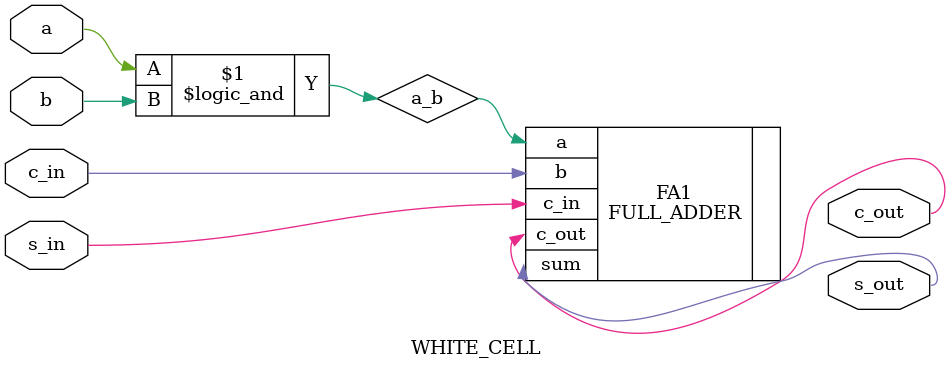
<source format=v>
`timescale 1ns / 1ps

module WHITE_CELL(

input wire a, b, c_in, s_in,
output wire s_out, c_out

);
  
wire a_b;
assign a_b = (a && b);

FULL_ADDER FA1 (.a(a_b), .b(c_in), .c_in(s_in), .sum(s_out), .c_out(c_out));

endmodule

</source>
